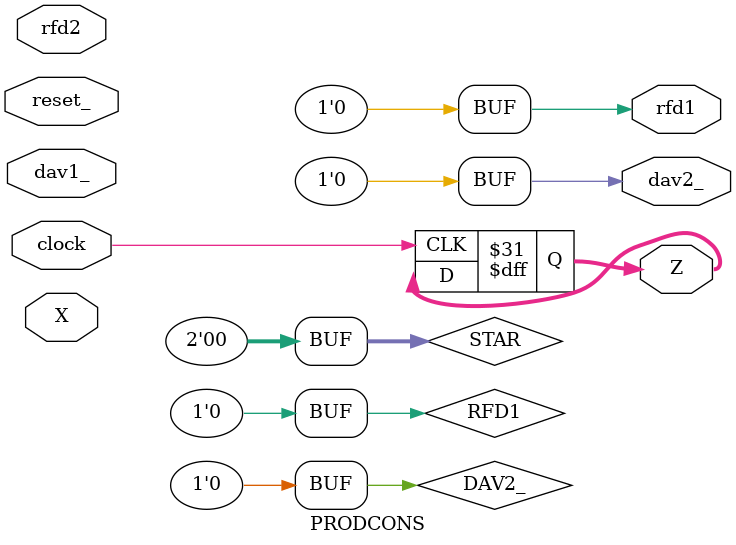
<source format=v>
module testbench;
  reg reset_; initial begin reset_=0; #5 reset_=1; #200; $stop; end
  reg clockP; initial clockP =0; always #1 clockP <=(!clockP);
  wire[1:0] STARP=P.STAR;
  wire[7:0] X; wire rfd1, dav1_;
  reg clockPC; initial clockPC =0; always #2.5 clockPC <=(!clockPC);
  wire[2:0] Z; wire rfd2, dav2_;
  reg clockC; initial clockC =0; always #1.5 clockC <=(!clockC);
  wire[1:0] STARC=C.STAR;
  wire DANGER;
  PROD     P (rfd1,      clockP, reset_,   dav1_,     X);
  PRODCONS PC(dav1_,rfd2,clockPC,reset_,X, rfd1,dav2_,Z);
  CONS     C (dav2_,     clockC, reset_,Z, rfd2,      DANGER);
endmodule

module PROD(rfd,clock,reset_,  dav_,X);
  input rfd,clock,reset_; output dav_;
  output[7:0] X; reg[7:0] X; reg t;
  reg DAV_; assign dav_=DAV_;
  reg[1:0] STAR; parameter S0=0, S1=1, S2=2;
  always @(reset_==0) begin DAV_<=1; STAR<=S0; X=13; end
  always @(posedge clock) if (reset_==1) #0.1
    casex (STAR)
      S0: begin DAV_=1; STAR<=(rfd==1)?S1:S0; end
      S1: begin DAV_=0; //generate a pseudo-random number via LFSR
          t = X[0] ^ X[1] ^ X[3] ^ X[4]; X = {X[6:0], t};
          STAR<=S2; end
      S2: begin STAR<=(rfd==1)?S2:S0;end
    endcase
endmodule

module CONS(dav_,clock,reset_,Z, rfd,danger);
  input dav_,clock, reset_; output rfd,danger;
  input[2:0] Z;
  reg RFD,DANGER; assign rfd=RFD, danger=DANGER;
  reg[1:0] STAR; parameter S0=0,S1=1,S2=2;
  always @(reset_==0) begin STAR<=S0; RFD<=0; DANGER<=0; end
  always @(posedge clock) if (reset_==1) #0.1
    casex (STAR)
      S0: begin RFD<=1; STAR<=(dav_==0)?S1:S0; end
      S1: begin RFD<=0; if (Z==2) DANGER<=1; STAR<=S2; end
      S2: begin DANGER<=0; STAR<=(dav_==0)?S2:S0; end
    endcase
endmodule

module PRODCONS(dav1_,rfd2,clock,reset_,X, rfd1,dav2_,Z);
  input  dav1_,rfd2,clock,reset_; input[7:0]  X;
  output rfd1, dav2_; output[1:0] Z; reg[1:0]Z;
  reg[1:0] STAR; parameter S0=0,S1=1,S2=2;
  reg RFD1,DAV2_; assign rfd1=RFD1,dav2_=DAV2_;
  always @(reset_==0) begin STAR<=S0; RFD1<=0; DAV2_<=0; end
  always @(posedge clock) if (reset_==1) #0.1
    casex (STAR)
      S0: begin RFD1<=1; DAV2_<=1; STAR<=(dav1_==0)?S1:S0;  end
      S1: begin RFD1<=0; Z<=X[4:3]; DAV2_<=0; STAR<=S2; end
      S2: begin STAR<=(rfd2==1)?S2:S0; end
    endcase
endmodule


</source>
